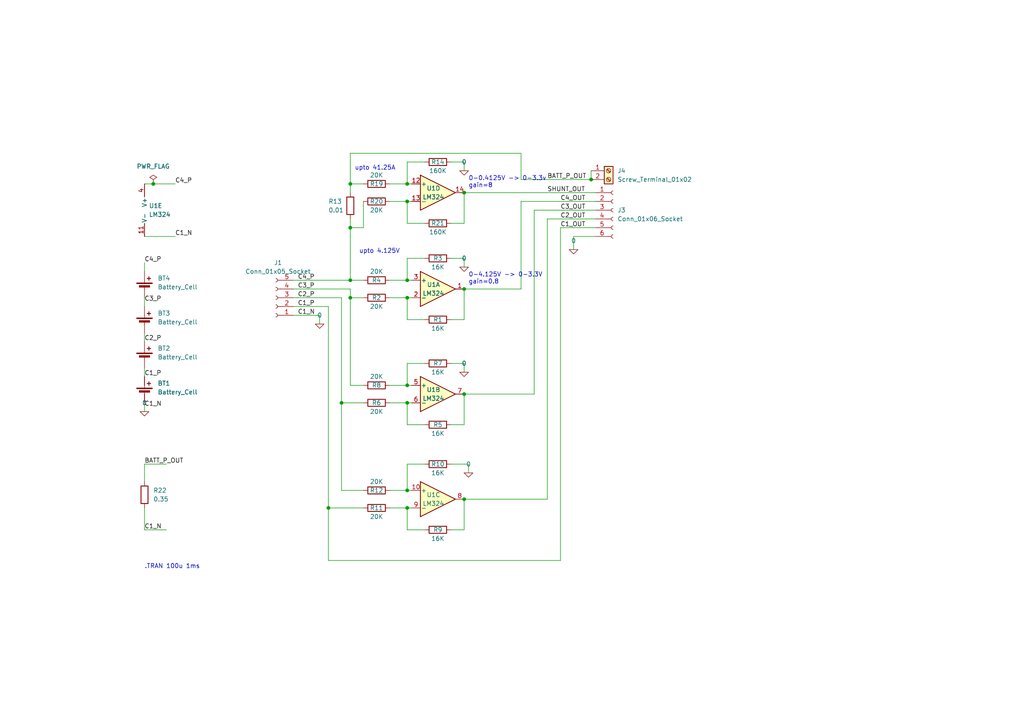
<source format=kicad_sch>
(kicad_sch (version 20230121) (generator eeschema)
  (paper "A4")
  (lib_symbols
    (symbol "Amplifier_Operational:LM324" (pin_names (offset 0.127))
      (property "Reference" "U" (at 0 5.08 0))
      (property "Value" "LM324" (at 0 -5.08 0))
      (symbol "LM324_1_1"
        (polyline (pts (xy -5.08 5.08) (xy 5.08 0) (xy -5.08 -5.08) (xy -5.08 5.08)) (stroke (width 0.254)) (fill (type background)))
        (pin output line (at 7.62 0 180) (length 2.54) (name "~") (number "1"))
        (pin input line (at -7.62 -2.54 0) (length 2.54) (name "-") (number "2"))
        (pin input line (at -7.62 2.54 0) (length 2.54) (name "+") (number "3"))
      )
      (symbol "LM324_2_1"
        (polyline (pts (xy -5.08 5.08) (xy 5.08 0) (xy -5.08 -5.08) (xy -5.08 5.08)) (stroke (width 0.254)) (fill (type background)))
        (pin input line (at -7.62 2.54 0) (length 2.54) (name "+") (number "5"))
        (pin input line (at -7.62 -2.54 0) (length 2.54) (name "-") (number "6"))
        (pin output line (at 7.62 0 180) (length 2.54) (name "~") (number "7"))
      )
      (symbol "LM324_3_1"
        (polyline (pts (xy -5.08 5.08) (xy 5.08 0) (xy -5.08 -5.08) (xy -5.08 5.08)) (stroke (width 0.254)) (fill (type background)))
        (pin input line (at -7.62 2.54 0) (length 2.54) (name "+") (number "10"))
        (pin output line (at 7.62 0 180) (length 2.54) (name "~") (number "8"))
        (pin input line (at -7.62 -2.54 0) (length 2.54) (name "-") (number "9"))
      )
      (symbol "LM324_4_1"
        (polyline (pts (xy -5.08 5.08) (xy 5.08 0) (xy -5.08 -5.08) (xy -5.08 5.08)) (stroke (width 0.254)) (fill (type background)))
        (pin input line (at -7.62 2.54 0) (length 2.54) (name "+") (number "12"))
        (pin input line (at -7.62 -2.54 0) (length 2.54) (name "-") (number "13"))
        (pin output line (at 7.62 0 180) (length 2.54) (name "~") (number "14"))
      )
      (symbol "LM324_5_1"
        (pin power_in line (at -2.54 -7.62 90) (length 3.81) (name "V-") (number "11"))
        (pin power_in line (at -2.54 7.62 270) (length 3.81) (name "V+") (number "4"))
      )
    )
    (symbol "Connector:Conn_01x05_Socket" (pin_names (offset 1.016) hide)
      (property "Reference" "J" (at 0 7.62 0))
      (property "Value" "Conn_01x05_Socket" (at 0 -7.62 0))
      (symbol "Conn_01x05_Socket_1_1"
        (arc (start 0 -4.572) (mid -0.5058 -5.08) (end 0 -5.588) (stroke (width 0.1524)))
        (arc (start 0 -2.032) (mid -0.5058 -2.54) (end 0 -3.048) (stroke (width 0.1524)))
        (polyline (pts (xy -1.27 -5.08) (xy -0.508 -5.08)) (stroke (width 0.1524)))
        (polyline (pts (xy -1.27 -2.54) (xy -0.508 -2.54)) (stroke (width 0.1524)))
        (polyline (pts (xy -1.27 0) (xy -0.508 0)) (stroke (width 0.1524)))
        (polyline (pts (xy -1.27 2.54) (xy -0.508 2.54)) (stroke (width 0.1524)))
        (polyline (pts (xy -1.27 5.08) (xy -0.508 5.08)) (stroke (width 0.1524)))
        (arc (start 0 0.508) (mid -0.5058 0) (end 0 -0.508) (stroke (width 0.1524)))
        (arc (start 0 3.048) (mid -0.5058 2.54) (end 0 2.032) (stroke (width 0.1524)))
        (arc (start 0 5.588) (mid -0.5058 5.08) (end 0 4.572) (stroke (width 0.1524)))
        (pin passive line (at -5.08 5.08 0) (length 3.81) (name "Pin_1") (number "1"))
        (pin passive line (at -5.08 2.54 0) (length 3.81) (name "Pin_2") (number "2"))
        (pin passive line (at -5.08 0 0) (length 3.81) (name "Pin_3") (number "3"))
        (pin passive line (at -5.08 -2.54 0) (length 3.81) (name "Pin_4") (number "4"))
        (pin passive line (at -5.08 -5.08 0) (length 3.81) (name "Pin_5") (number "5"))
      )
    )
    (symbol "Connector:Conn_01x06_Socket" (pin_names (offset 1.016) hide)
      (property "Reference" "J" (at 0 7.62 0))
      (property "Value" "Conn_01x06_Socket" (at 0 -10.16 0))
      (symbol "Conn_01x06_Socket_1_1"
        (arc (start 0 -7.112) (mid -0.5058 -7.62) (end 0 -8.128) (stroke (width 0.1524)))
        (arc (start 0 -4.572) (mid -0.5058 -5.08) (end 0 -5.588) (stroke (width 0.1524)))
        (arc (start 0 -2.032) (mid -0.5058 -2.54) (end 0 -3.048) (stroke (width 0.1524)))
        (polyline (pts (xy -1.27 -7.62) (xy -0.508 -7.62)) (stroke (width 0.1524)))
        (polyline (pts (xy -1.27 -5.08) (xy -0.508 -5.08)) (stroke (width 0.1524)))
        (polyline (pts (xy -1.27 -2.54) (xy -0.508 -2.54)) (stroke (width 0.1524)))
        (polyline (pts (xy -1.27 0) (xy -0.508 0)) (stroke (width 0.1524)))
        (polyline (pts (xy -1.27 2.54) (xy -0.508 2.54)) (stroke (width 0.1524)))
        (polyline (pts (xy -1.27 5.08) (xy -0.508 5.08)) (stroke (width 0.1524)))
        (arc (start 0 0.508) (mid -0.5058 0) (end 0 -0.508) (stroke (width 0.1524)))
        (arc (start 0 3.048) (mid -0.5058 2.54) (end 0 2.032) (stroke (width 0.1524)))
        (arc (start 0 5.588) (mid -0.5058 5.08) (end 0 4.572) (stroke (width 0.1524)))
        (pin passive line (at -5.08 5.08 0) (length 3.81) (name "Pin_1") (number "1"))
        (pin passive line (at -5.08 2.54 0) (length 3.81) (name "Pin_2") (number "2"))
        (pin passive line (at -5.08 0 0) (length 3.81) (name "Pin_3") (number "3"))
        (pin passive line (at -5.08 -2.54 0) (length 3.81) (name "Pin_4") (number "4"))
        (pin passive line (at -5.08 -5.08 0) (length 3.81) (name "Pin_5") (number "5"))
        (pin passive line (at -5.08 -7.62 0) (length 3.81) (name "Pin_6") (number "6"))
      )
    )
    (symbol "Connector:Screw_Terminal_01x02" (pin_names (offset 1.016) hide)
      (property "Reference" "J" (at 0 2.54 0))
      (property "Value" "Screw_Terminal_01x02" (at 0 -5.08 0))
      (symbol "Screw_Terminal_01x02_1_1"
        (rectangle (start -1.27 1.27) (end 1.27 -3.81) (stroke (width 0.254)) (fill (type background)))
        (circle (center 0 -2.54) (radius 0.635) (stroke (width 0.1524)))
        (polyline (pts (xy -0.5334 -2.2098) (xy 0.3302 -3.048)) (stroke (width 0.1524)))
        (polyline (pts (xy -0.5334 0.3302) (xy 0.3302 -0.508)) (stroke (width 0.1524)))
        (polyline (pts (xy -0.3556 -2.032) (xy 0.508 -2.8702)) (stroke (width 0.1524)))
        (polyline (pts (xy -0.3556 0.508) (xy 0.508 -0.3302)) (stroke (width 0.1524)))
        (circle (center 0 0) (radius 0.635) (stroke (width 0.1524)))
        (pin passive line (at -5.08 0 0) (length 3.81) (name "Pin_1") (number "1"))
        (pin passive line (at -5.08 -2.54 0) (length 3.81) (name "Pin_2") (number "2"))
      )
    )
    (symbol "Device:Battery_Cell" (pin_numbers hide) (pin_names (offset 0) hide)
      (property "Reference" "BT" (at 2.54 2.54 0))
      (property "Value" "Battery_Cell" (at 2.54 0 0))
      (symbol "Battery_Cell_0_1"
        (rectangle (start -2.286 1.778) (end 2.286 1.524) (fill (type outline)))
        (rectangle (start -1.524 1.016) (end 1.524 0.508) (fill (type outline)))
        (polyline (pts (xy 0 0.762) (xy 0 0)))
        (polyline (pts (xy 0 1.778) (xy 0 2.54)))
        (polyline (pts (xy 0.762 3.048) (xy 1.778 3.048)) (stroke (width 0.254)))
        (polyline (pts (xy 1.27 3.556) (xy 1.27 2.54)) (stroke (width 0.254)))
      )
      (symbol "Battery_Cell_1_1"
        (pin passive line (at 0 5.08 270) (length 2.54) (name "+") (number "1"))
        (pin passive line (at 0 -2.54 90) (length 2.54) (name "-") (number "2"))
      )
    )
    (symbol "Device:R" (pin_numbers hide) (pin_names (offset 0))
      (property "Reference" "R" (at 2.032 0 90))
      (property "Value" "R" (at 0 0 90))
      (symbol "R_0_1"
        (rectangle (start -1.016 -2.54) (end 1.016 2.54) (stroke (width 0.254)))
      )
      (symbol "R_1_1"
        (pin passive line (at 0 3.81 270) (length 1.27) (name "~") (number "1"))
        (pin passive line (at 0 -3.81 90) (length 1.27) (name "~") (number "2"))
      )
    )
    (symbol "Simulation_SPICE:0" (power) (pin_names (offset 0))
      (property "Value" "0" (at 0 -1.778 0))
      (symbol "0_0_1"
        (polyline (pts (xy -1.27 0) (xy 0 -1.27) (xy 1.27 0) (xy -1.27 0)))
      )
      (symbol "0_1_1"
        (pin power_in line (at 0 0 0) (length 0) hide (name "0") (number "1"))
      )
    )
    (symbol "power:PWR_FLAG" (power) (pin_numbers hide) (pin_names (offset 0) hide)
      (property "Value" "PWR_FLAG" (at 0 3.81 0))
      (symbol "PWR_FLAG_0_0"
        (pin power_out line (at 0 0 90) (length 0) (name "pwr") (number "1"))
      )
      (symbol "PWR_FLAG_0_1"
        (polyline (pts (xy 0 0) (xy 0 1.27) (xy -1.016 1.905) (xy 0 2.54) (xy 1.016 1.905) (xy 0 1.27)))
      )
    )
  )
  (junction (at 118.11 81.28))
  (junction (at 118.11 116.84))
  (junction (at 118.11 111.76))
  (junction (at 134.62 83.82))
  (junction (at 118.11 147.32))
  (junction (at 118.11 142.24))
  (junction (at 118.11 86.36))
  (junction (at 134.62 114.3))
  (junction (at 171.45 52.07))
  (junction (at 44.45 53.34))
  (junction (at 101.6 53.34))
  (junction (at 134.62 144.78))
  (junction (at 101.6 81.28))
  (junction (at 118.11 58.42))
  (junction (at 118.11 53.34))
  (junction (at 99.06 116.84))
  (junction (at 95.25 147.32))
  (junction (at 134.62 55.88))
  (junction (at 101.6 66.04))
  (junction (at 101.6 86.36))
  (wire (pts (xy 41.91 134.62) (xy 48.26 134.62)))
  (wire (pts (xy 134.62 92.71) (xy 134.62 83.82)))
  (wire (pts (xy 154.94 60.96) (xy 172.72 60.96)))
  (wire (pts (xy 101.6 55.88) (xy 101.6 53.34)))
  (wire (pts (xy 118.11 92.71) (xy 118.11 86.36)))
  (wire (pts (xy 123.19 134.62) (xy 118.11 134.62)))
  (wire (pts (xy 113.03 53.34) (xy 118.11 53.34)))
  (wire (pts (xy 134.62 74.93) (xy 134.62 77.47)))
  (wire (pts (xy 134.62 105.41) (xy 134.62 107.95)))
  (wire (pts (xy 154.94 114.3) (xy 154.94 60.96)))
  (wire (pts (xy 118.11 142.24) (xy 119.38 142.24)))
  (wire (pts (xy 113.03 111.76) (xy 118.11 111.76)))
  (wire (pts (xy 172.72 68.58) (xy 166.37 68.58)))
  (wire (pts (xy 41.91 106.68) (xy 41.91 109.22)))
  (wire (pts (xy 135.89 134.62) (xy 135.89 137.16)))
  (wire (pts (xy 41.91 116.84) (xy 41.91 119.38)))
  (wire (pts (xy 130.81 105.41) (xy 134.62 105.41)))
  (wire (pts (xy 41.91 68.58) (xy 50.8 68.58)))
  (wire (pts (xy 105.41 58.42) (xy 105.41 66.04)))
  (wire (pts (xy 101.6 63.5) (xy 101.6 66.04)))
  (wire (pts (xy 85.09 88.9) (xy 95.25 88.9)))
  (wire (pts (xy 113.03 86.36) (xy 118.11 86.36)))
  (wire (pts (xy 99.06 116.84) (xy 99.06 142.24)))
  (wire (pts (xy 162.56 66.04) (xy 172.72 66.04)))
  (wire (pts (xy 158.75 63.5) (xy 172.72 63.5)))
  (wire (pts (xy 134.62 153.67) (xy 134.62 144.78)))
  (wire (pts (xy 162.56 162.56) (xy 162.56 66.04)))
  (wire (pts (xy 113.03 81.28) (xy 118.11 81.28)))
  (wire (pts (xy 85.09 83.82) (xy 101.6 83.82)))
  (wire (pts (xy 118.11 81.28) (xy 119.38 81.28)))
  (wire (pts (xy 130.81 153.67) (xy 134.62 153.67)))
  (wire (pts (xy 118.11 153.67) (xy 118.11 147.32)))
  (wire (pts (xy 95.25 147.32) (xy 95.25 162.56)))
  (wire (pts (xy 134.62 55.88) (xy 134.62 64.77)))
  (wire (pts (xy 134.62 144.78) (xy 158.75 144.78)))
  (wire (pts (xy 95.25 88.9) (xy 95.25 147.32)))
  (wire (pts (xy 134.62 114.3) (xy 134.62 123.19)))
  (wire (pts (xy 171.45 49.53) (xy 171.45 52.07)))
  (wire (pts (xy 151.13 58.42) (xy 172.72 58.42)))
  (wire (pts (xy 101.6 66.04) (xy 101.6 81.28)))
  (wire (pts (xy 118.11 58.42) (xy 118.11 64.77)))
  (wire (pts (xy 118.11 46.99) (xy 118.11 53.34)))
  (wire (pts (xy 41.91 139.7) (xy 41.91 134.62)))
  (wire (pts (xy 118.11 81.28) (xy 118.11 74.93)))
  (wire (pts (xy 101.6 81.28) (xy 105.41 81.28)))
  (wire (pts (xy 85.09 81.28) (xy 101.6 81.28)))
  (wire (pts (xy 118.11 53.34) (xy 119.38 53.34)))
  (wire (pts (xy 118.11 123.19) (xy 118.11 116.84)))
  (wire (pts (xy 92.71 91.44) (xy 92.71 93.98)))
  (wire (pts (xy 158.75 144.78) (xy 158.75 63.5)))
  (wire (pts (xy 99.06 142.24) (xy 105.41 142.24)))
  (wire (pts (xy 118.11 111.76) (xy 119.38 111.76)))
  (wire (pts (xy 123.19 92.71) (xy 118.11 92.71)))
  (wire (pts (xy 41.91 153.67) (xy 48.26 153.67)))
  (wire (pts (xy 118.11 58.42) (xy 119.38 58.42)))
  (wire (pts (xy 123.19 64.77) (xy 118.11 64.77)))
  (wire (pts (xy 101.6 83.82) (xy 101.6 86.36)))
  (wire (pts (xy 101.6 86.36) (xy 101.6 111.76)))
  (wire (pts (xy 113.03 142.24) (xy 118.11 142.24)))
  (wire (pts (xy 130.81 74.93) (xy 134.62 74.93)))
  (wire (pts (xy 113.03 116.84) (xy 118.11 116.84)))
  (wire (pts (xy 118.11 147.32) (xy 119.38 147.32)))
  (wire (pts (xy 123.19 105.41) (xy 118.11 105.41)))
  (wire (pts (xy 134.62 114.3) (xy 154.94 114.3)))
  (wire (pts (xy 41.91 96.52) (xy 41.91 99.06)))
  (wire (pts (xy 134.62 55.88) (xy 172.72 55.88)))
  (wire (pts (xy 101.6 53.34) (xy 105.41 53.34)))
  (wire (pts (xy 99.06 116.84) (xy 105.41 116.84)))
  (wire (pts (xy 118.11 134.62) (xy 118.11 142.24)))
  (wire (pts (xy 113.03 58.42) (xy 118.11 58.42)))
  (wire (pts (xy 130.81 92.71) (xy 134.62 92.71)))
  (wire (pts (xy 101.6 44.45) (xy 151.13 44.45)))
  (wire (pts (xy 134.62 83.82) (xy 151.13 83.82)))
  (wire (pts (xy 134.62 46.99) (xy 134.62 49.53)))
  (wire (pts (xy 113.03 147.32) (xy 118.11 147.32)))
  (wire (pts (xy 151.13 44.45) (xy 151.13 52.07)))
  (wire (pts (xy 123.19 153.67) (xy 118.11 153.67)))
  (wire (pts (xy 41.91 53.34) (xy 44.45 53.34)))
  (wire (pts (xy 118.11 116.84) (xy 119.38 116.84)))
  (wire (pts (xy 151.13 58.42) (xy 151.13 83.82)))
  (wire (pts (xy 105.41 147.32) (xy 95.25 147.32)))
  (wire (pts (xy 105.41 86.36) (xy 101.6 86.36)))
  (wire (pts (xy 123.19 46.99) (xy 118.11 46.99)))
  (wire (pts (xy 166.37 68.58) (xy 166.37 72.39)))
  (wire (pts (xy 99.06 116.84) (xy 99.06 86.36)))
  (wire (pts (xy 44.45 53.34) (xy 50.8 53.34)))
  (wire (pts (xy 130.81 123.19) (xy 134.62 123.19)))
  (wire (pts (xy 123.19 123.19) (xy 118.11 123.19)))
  (wire (pts (xy 85.09 86.36) (xy 99.06 86.36)))
  (wire (pts (xy 41.91 147.32) (xy 41.91 153.67)))
  (wire (pts (xy 118.11 86.36) (xy 119.38 86.36)))
  (wire (pts (xy 130.81 64.77) (xy 134.62 64.77)))
  (wire (pts (xy 41.91 86.36) (xy 41.91 88.9)))
  (wire (pts (xy 101.6 111.76) (xy 105.41 111.76)))
  (wire (pts (xy 95.25 162.56) (xy 162.56 162.56)))
  (wire (pts (xy 101.6 66.04) (xy 105.41 66.04)))
  (wire (pts (xy 118.11 74.93) (xy 123.19 74.93)))
  (wire (pts (xy 41.91 76.2) (xy 41.91 78.74)))
  (wire (pts (xy 151.13 52.07) (xy 171.45 52.07)))
  (wire (pts (xy 101.6 53.34) (xy 101.6 44.45)))
  (wire (pts (xy 130.81 134.62) (xy 135.89 134.62)))
  (wire (pts (xy 118.11 105.41) (xy 118.11 111.76)))
  (wire (pts (xy 85.09 91.44) (xy 92.71 91.44)))
  (wire (pts (xy 130.81 46.99) (xy 134.62 46.99)))
  (text "0-4.125V -> 0-3.3V\ngain=0.8\n" (at 135.89 82.55 0) (effects (font (size 1.27 1.27)) (justify left bottom)))
  (text "0-0.4125V -> 0-3.3v\ngain=8" (at 135.89 54.61 0) (effects (font (size 1.27 1.27)) (justify left bottom)))
  (text ".TRAN 100u 1ms" (at 41.91 165.1 0) (effects (font (size 1.27 1.27)) (justify left bottom)))
  (text "upto 4.125V" (at 104.14 73.66 0) (effects (font (size 1.27 1.27)) (justify left bottom)))
  (text "upto 41.25A\n" (at 102.87 49.53 0) (effects (font (size 1.27 1.27)) (justify left bottom)))
  (label "BATT_P_OUT" (at 158.75 52.07 0))
  (label "C2_OUT" (at 162.56 63.5 0))
  (label "C1_N" (at 41.91 153.67 0))
  (label "C2_P" (at 86.36 86.36 0))
  (label "C4_OUT" (at 162.56 58.42 0))
  (label "C4_P" (at 86.36 81.28 0))
  (label "C3_P" (at 41.91 87.63 0))
  (label "C3_OUT" (at 162.56 60.96 0))
  (label "C1_P" (at 41.91 109.22 0))
  (label "C4_P" (at 41.91 76.2 0))
  (label "C1_N" (at 86.36 91.44 0))
  (label "C3_P" (at 86.36 83.82 0))
  (label "C1_N" (at 50.8 68.58 0))
  (label "BATT_P_OUT" (at 41.91 134.62 0))
  (label "C1_OUT" (at 162.56 66.04 0))
  (label "C4_P" (at 50.8 53.34 0))
  (label "C2_P" (at 41.91 99.06 0))
  (label "C1_P" (at 86.36 88.9 0))
  (label "SHUNT_OUT" (at 158.75 55.88 0))
  (label "C1_N" (at 41.91 118.11 0))
  (symbol (lib_id "Device:R") (at 127 74.93 270) (unit 1)
    (property "Reference" "R3" (at 127 74.93 90))
    (property "Value" "16K" (at 127 77.47 90))
    (property "Footprint" "Resistor_THT:R_Axial_DIN0207_L6.3mm_D2.5mm_P10.16mm_Horizontal" (effects hide))
  )
  (symbol (lib_id "Device:Battery_Cell") (at 41.91 83.82 0) (unit 1) (on_board no)
    (property "Reference" "BT4" (at 45.72 80.7085 0) (effects (justify left)))
    (property "Value" "Battery_Cell" (at 45.72 83.2485 0) (effects (justify left)))
    (property "Sim.Device" "V" (effects hide))
    (property "Sim.Type" "DC" (effects hide))
    (property "Sim.Pins" "1=+ 2=-" (effects hide))
    (property "Sim.Params" "dc=\"3.6\"" (effects hide))
  )
  (symbol (lib_id "Device:R") (at 101.6 59.69 180) (unit 1)
    (property "Reference" "R13" (at 95.25 58.42 0) (effects (justify right)))
    (property "Value" "0.01" (at 95.25 60.96 0) (effects (justify right)))
    (property "Footprint" "Resistor_THT:R_Axial_DIN0309_L9.0mm_D3.2mm_P12.70mm_Horizontal" (effects hide))
  )
  (symbol (lib_id "Device:R") (at 109.22 53.34 90) (unit 1)
    (property "Reference" "R19" (at 109.22 53.34 90))
    (property "Value" "20K" (at 109.22 50.8 90))
    (property "Footprint" "Resistor_THT:R_Axial_DIN0207_L6.3mm_D2.5mm_P10.16mm_Horizontal" (effects hide))
  )
  (symbol (lib_id "Device:R") (at 109.22 142.24 270) (unit 1)
    (property "Reference" "R12" (at 109.22 142.24 90))
    (property "Value" "20K" (at 109.22 139.7 90))
    (property "Footprint" "Resistor_THT:R_Axial_DIN0207_L6.3mm_D2.5mm_P10.16mm_Horizontal" (effects hide))
  )
  (symbol (lib_id "Device:R") (at 127 153.67 270) (unit 1)
    (property "Reference" "R9" (at 127 153.67 90))
    (property "Value" "16K" (at 127 156.21 90))
    (property "Footprint" "Resistor_THT:R_Axial_DIN0207_L6.3mm_D2.5mm_P10.16mm_Horizontal" (effects hide))
  )
  (symbol (lib_id "Simulation_SPICE:0") (at 134.62 107.95 0) (unit 1)
    (property "Reference" "#GND03" (effects hide))
    (property "Value" "0" (at 134.62 105.41 0))
  )
  (symbol (lib_id "Simulation_SPICE:0") (at 134.62 77.47 0) (unit 1)
    (property "Reference" "#GND02" (effects hide))
    (property "Value" "0" (at 134.62 74.93 0))
  )
  (symbol (lib_id "Device:R") (at 109.22 86.36 90) (unit 1)
    (property "Reference" "R2" (at 109.22 86.36 90))
    (property "Value" "20K" (at 109.22 88.9 90))
    (property "Footprint" "Resistor_THT:R_Axial_DIN0207_L6.3mm_D2.5mm_P10.16mm_Horizontal" (effects hide))
  )
  (symbol (lib_id "Device:R") (at 109.22 58.42 90) (unit 1)
    (property "Reference" "R20" (at 109.22 58.42 90))
    (property "Value" "20K" (at 109.22 60.96 90))
    (property "Footprint" "Resistor_THT:R_Axial_DIN0207_L6.3mm_D2.5mm_P10.16mm_Horizontal" (effects hide))
  )
  (symbol (lib_id "Device:R") (at 109.22 147.32 270) (unit 1)
    (property "Reference" "R11" (at 109.22 147.32 90))
    (property "Value" "20K" (at 109.22 149.86 90))
    (property "Footprint" "Resistor_THT:R_Axial_DIN0207_L6.3mm_D2.5mm_P10.16mm_Horizontal" (effects hide))
  )
  (symbol (lib_id "Amplifier_Operational:LM324") (at 127 144.78 0) (unit 3)
    (property "Reference" "U1" (at 125.73 143.51 0))
    (property "Value" "LM324" (at 125.73 146.05 0))
    (property "Footprint" "Package_DIP:DIP-14_W7.62mm_Socket" (effects hide))
    (property "Datasheet" "http://www.ti.com/lit/ds/symlink/lm2902-n.pdf" (effects hide))
    (property "Sim.Library" "C:\\Users\\siyxu\\Documents\\vamk\\EmbeddedSystemProject\\PCB\\ShuntCurrentMeter\\LM324-QUAD.lib" (effects hide))
    (property "Sim.Name" "LM324-QUAD" (effects hide))
    (property "Sim.Device" "SUBCKT" (effects hide))
    (property "Sim.Pins" "1=1out 2=1in- 3=1in+ 4=vcc+ 5=2in+ 6=2in- 7=2out 8=3out 9=3in- 10=3in+ 11=vcc- 12=4in+ 13=4in- 14=4out" (effects hide))
  )
  (symbol (lib_id "Connector:Screw_Terminal_01x02") (at 176.53 49.53 0) (unit 1)
    (property "Reference" "J4" (at 179.07 49.53 0) (effects (justify left)))
    (property "Value" "Screw_Terminal_01x02" (at 179.07 52.07 0) (effects (justify left)))
    (property "Footprint" "TerminalBlock:TerminalBlock_bornier-2_P5.08mm" (effects hide))
    (property "Sim.Enable" "0" (effects hide))
  )
  (symbol (lib_id "Device:R") (at 127 123.19 270) (unit 1)
    (property "Reference" "R5" (at 127 123.19 90))
    (property "Value" "16K" (at 127 125.73 90))
    (property "Footprint" "Resistor_THT:R_Axial_DIN0207_L6.3mm_D2.5mm_P10.16mm_Horizontal" (effects hide))
  )
  (symbol (lib_id "Connector:Conn_01x05_Socket") (at 80.01 86.36 180) (unit 1)
    (property "Reference" "J1" (at 80.645 76.2 0))
    (property "Value" "Conn_01x05_Socket" (at 80.645 78.74 0))
    (property "Footprint" "VAMK_CON:SOCKET_1x5" (effects hide))
    (property "Sim.Enable" "0" (effects hide))
  )
  (symbol (lib_id "Amplifier_Operational:LM324") (at 127 83.82 0) (unit 1)
    (property "Reference" "U1" (at 125.73 82.55 0))
    (property "Value" "LM324" (at 125.73 85.09 0))
    (property "Footprint" "Package_DIP:DIP-14_W7.62mm_Socket" (effects hide))
    (property "Datasheet" "http://www.ti.com/lit/ds/symlink/lm2902-n.pdf" (effects hide))
    (property "Sim.Library" "C:\\Users\\siyxu\\Documents\\vamk\\EmbeddedSystemProject\\PCB\\ShuntCurrentMeter\\LM324-QUAD.lib" (effects hide))
    (property "Sim.Name" "LM324-QUAD" (effects hide))
    (property "Sim.Device" "SUBCKT" (effects hide))
    (property "Sim.Pins" "1=1out 2=1in- 3=1in+ 4=vcc+ 5=2in+ 6=2in- 7=2out 8=3out 9=3in- 10=3in+ 11=vcc- 12=4in+ 13=4in- 14=4out" (effects hide))
  )
  (symbol (lib_id "Device:R") (at 127 64.77 90) (unit 1)
    (property "Reference" "R21" (at 127 64.77 90))
    (property "Value" "160K" (at 127 67.31 90))
    (property "Footprint" "Resistor_THT:R_Axial_DIN0207_L6.3mm_D2.5mm_P10.16mm_Horizontal" (effects hide))
  )
  (symbol (lib_id "Device:R") (at 127 105.41 270) (unit 1)
    (property "Reference" "R7" (at 127 105.41 90))
    (property "Value" "16K" (at 127 107.95 90))
    (property "Footprint" "Resistor_THT:R_Axial_DIN0207_L6.3mm_D2.5mm_P10.16mm_Horizontal" (effects hide))
  )
  (symbol (lib_id "Device:Battery_Cell") (at 41.91 114.3 0) (unit 1) (on_board no)
    (property "Reference" "BT1" (at 45.72 111.1885 0) (effects (justify left)))
    (property "Value" "Battery_Cell" (at 45.72 113.7285 0) (effects (justify left)))
    (property "Sim.Device" "V" (effects hide))
    (property "Sim.Type" "DC" (effects hide))
    (property "Sim.Pins" "1=+ 2=-" (effects hide))
    (property "Sim.Params" "dc=\"3.6\"" (effects hide))
  )
  (symbol (lib_id "Device:R") (at 127 46.99 90) (unit 1)
    (property "Reference" "R14" (at 127 46.99 90))
    (property "Value" "160K" (at 127 49.53 90))
    (property "Footprint" "Resistor_THT:R_Axial_DIN0207_L6.3mm_D2.5mm_P10.16mm_Horizontal" (effects hide))
  )
  (symbol (lib_id "Simulation_SPICE:0") (at 135.89 137.16 0) (unit 1)
    (property "Reference" "#GND04" (effects hide))
    (property "Value" "0" (at 135.89 134.62 0))
  )
  (symbol (lib_id "Amplifier_Operational:LM324") (at 44.45 60.96 0) (unit 5)
    (property "Reference" "U1" (at 43.18 59.69 0) (effects (justify left)))
    (property "Value" "LM324" (at 43.18 62.23 0) (effects (justify left)))
    (property "Footprint" "Package_DIP:DIP-14_W7.62mm_Socket" (effects hide))
    (property "Datasheet" "http://www.ti.com/lit/ds/symlink/lm2902-n.pdf" (effects hide))
    (property "Sim.Library" "C:\\Users\\siyxu\\Documents\\vamk\\EmbeddedSystemProject\\PCB\\ShuntCurrentMeter\\LM324-QUAD.lib" (effects hide))
    (property "Sim.Name" "LM324-QUAD" (effects hide))
    (property "Sim.Device" "SUBCKT" (effects hide))
    (property "Sim.Pins" "1=1out 2=1in- 3=1in+ 4=vcc+ 5=2in+ 6=2in- 7=2out 8=3out 9=3in- 10=3in+ 11=vcc- 12=4in+ 13=4in- 14=4out" (effects hide))
  )
  (symbol (lib_id "Device:R") (at 109.22 111.76 270) (unit 1)
    (property "Reference" "R8" (at 109.22 111.76 90))
    (property "Value" "20K" (at 109.22 109.22 90))
    (property "Footprint" "Resistor_THT:R_Axial_DIN0207_L6.3mm_D2.5mm_P10.16mm_Horizontal" (effects hide))
  )
  (symbol (lib_id "Simulation_SPICE:0") (at 41.91 119.38 0) (unit 1)
    (property "Reference" "#GND07" (effects hide))
    (property "Value" "0" (at 41.91 116.84 0))
  )
  (symbol (lib_id "Device:R") (at 127 134.62 270) (unit 1)
    (property "Reference" "R10" (at 127 134.62 90))
    (property "Value" "16K" (at 127 137.16 90))
    (property "Footprint" "Resistor_THT:R_Axial_DIN0207_L6.3mm_D2.5mm_P10.16mm_Horizontal" (effects hide))
  )
  (symbol (lib_id "Simulation_SPICE:0") (at 166.37 72.39 0) (unit 1)
    (property "Reference" "#GND05" (effects hide))
    (property "Value" "0" (at 166.37 69.85 0))
  )
  (symbol (lib_id "Connector:Conn_01x06_Socket") (at 177.8 60.96 0) (unit 1)
    (property "Reference" "J3" (at 179.07 60.96 0) (effects (justify left)))
    (property "Value" "Conn_01x06_Socket" (at 179.07 63.5 0) (effects (justify left)))
    (property "Footprint" "VAMK_CON:SOCKET_1x6" (effects hide))
    (property "Sim.Enable" "0" (effects hide))
  )
  (symbol (lib_id "Device:Battery_Cell") (at 41.91 93.98 0) (unit 1) (on_board no)
    (property "Reference" "BT3" (at 45.72 90.8685 0) (effects (justify left)))
    (property "Value" "Battery_Cell" (at 45.72 93.4085 0) (effects (justify left)))
    (property "Sim.Device" "V" (effects hide))
    (property "Sim.Type" "DC" (effects hide))
    (property "Sim.Pins" "1=+ 2=-" (effects hide))
    (property "Sim.Params" "dc=\"3.6\"" (effects hide))
  )
  (symbol (lib_id "Device:R") (at 109.22 116.84 270) (unit 1)
    (property "Reference" "R6" (at 109.22 116.84 90))
    (property "Value" "20K" (at 109.22 119.38 90))
    (property "Footprint" "Resistor_THT:R_Axial_DIN0207_L6.3mm_D2.5mm_P10.16mm_Horizontal" (effects hide))
  )
  (symbol (lib_id "Simulation_SPICE:0") (at 134.62 49.53 0) (unit 1)
    (property "Reference" "#GND01" (effects hide))
    (property "Value" "0" (at 134.62 46.99 0))
  )
  (symbol (lib_id "Device:R") (at 109.22 81.28 270) (unit 1)
    (property "Reference" "R4" (at 109.22 81.28 90))
    (property "Value" "20K" (at 109.22 78.74 90))
    (property "Footprint" "Resistor_THT:R_Axial_DIN0207_L6.3mm_D2.5mm_P10.16mm_Horizontal" (effects hide))
  )
  (symbol (lib_id "Device:Battery_Cell") (at 41.91 104.14 0) (unit 1) (on_board no)
    (property "Reference" "BT2" (at 45.72 101.0285 0) (effects (justify left)))
    (property "Value" "Battery_Cell" (at 45.72 103.5685 0) (effects (justify left)))
    (property "Sim.Device" "V" (effects hide))
    (property "Sim.Type" "DC" (effects hide))
    (property "Sim.Pins" "1=+ 2=-" (effects hide))
    (property "Sim.Params" "dc=\"3.6\"" (effects hide))
  )
  (symbol (lib_id "Amplifier_Operational:LM324") (at 127 114.3 0) (unit 2)
    (property "Reference" "U1" (at 125.73 113.03 0))
    (property "Value" "LM324" (at 125.73 115.57 0))
    (property "Footprint" "Package_DIP:DIP-14_W7.62mm_Socket" (effects hide))
    (property "Datasheet" "http://www.ti.com/lit/ds/symlink/lm2902-n.pdf" (effects hide))
    (property "Sim.Library" "C:\\Users\\siyxu\\Documents\\vamk\\EmbeddedSystemProject\\PCB\\ShuntCurrentMeter\\LM324-QUAD.lib" (effects hide))
    (property "Sim.Name" "LM324-QUAD" (effects hide))
    (property "Sim.Device" "SUBCKT" (effects hide))
    (property "Sim.Pins" "1=1out 2=1in- 3=1in+ 4=vcc+ 5=2in+ 6=2in- 7=2out 8=3out 9=3in- 10=3in+ 11=vcc- 12=4in+ 13=4in- 14=4out" (effects hide))
  )
  (symbol (lib_id "Amplifier_Operational:LM324") (at 127 55.88 0) (unit 4)
    (property "Reference" "U1" (at 125.73 54.61 0))
    (property "Value" "LM324" (at 125.73 57.15 0))
    (property "Footprint" "Package_DIP:DIP-14_W7.62mm_Socket" (effects hide))
    (property "Datasheet" "http://www.ti.com/lit/ds/symlink/lm2902-n.pdf" (effects hide))
    (property "Sim.Library" "C:\\Users\\siyxu\\Documents\\vamk\\EmbeddedSystemProject\\PCB\\ShuntCurrentMeter\\LM324-QUAD.lib" (effects hide))
    (property "Sim.Name" "LM324-QUAD" (effects hide))
    (property "Sim.Device" "SUBCKT" (effects hide))
    (property "Sim.Pins" "1=1out 2=1in- 3=1in+ 4=vcc+ 5=2in+ 6=2in- 7=2out 8=3out 9=3in- 10=3in+ 11=vcc- 12=4in+ 13=4in- 14=4out" (effects hide))
  )
  (symbol (lib_id "power:PWR_FLAG") (at 44.45 53.34 0) (unit 1)
    (property "Reference" "#FLG01" (effects hide))
    (property "Value" "PWR_FLAG" (at 44.45 48.26 0))
  )
  (symbol (lib_id "Device:R") (at 41.91 143.51 0) (unit 1) (on_board no)
    (property "Reference" "R22" (at 44.45 142.24 0) (effects (justify left)))
    (property "Value" "0.35" (at 44.45 144.78 0) (effects (justify left)))
  )
  (symbol (lib_id "Device:R") (at 127 92.71 90) (unit 1)
    (property "Reference" "R1" (at 127 92.71 90))
    (property "Value" "16K" (at 127 95.25 90))
    (property "Footprint" "Resistor_THT:R_Axial_DIN0207_L6.3mm_D2.5mm_P10.16mm_Horizontal" (effects hide))
  )
  (symbol (lib_id "Simulation_SPICE:0") (at 92.71 93.98 0) (unit 1)
    (property "Reference" "#GND06" (effects hide))
    (property "Value" "0" (at 92.71 91.44 0))
  )
)
</source>
